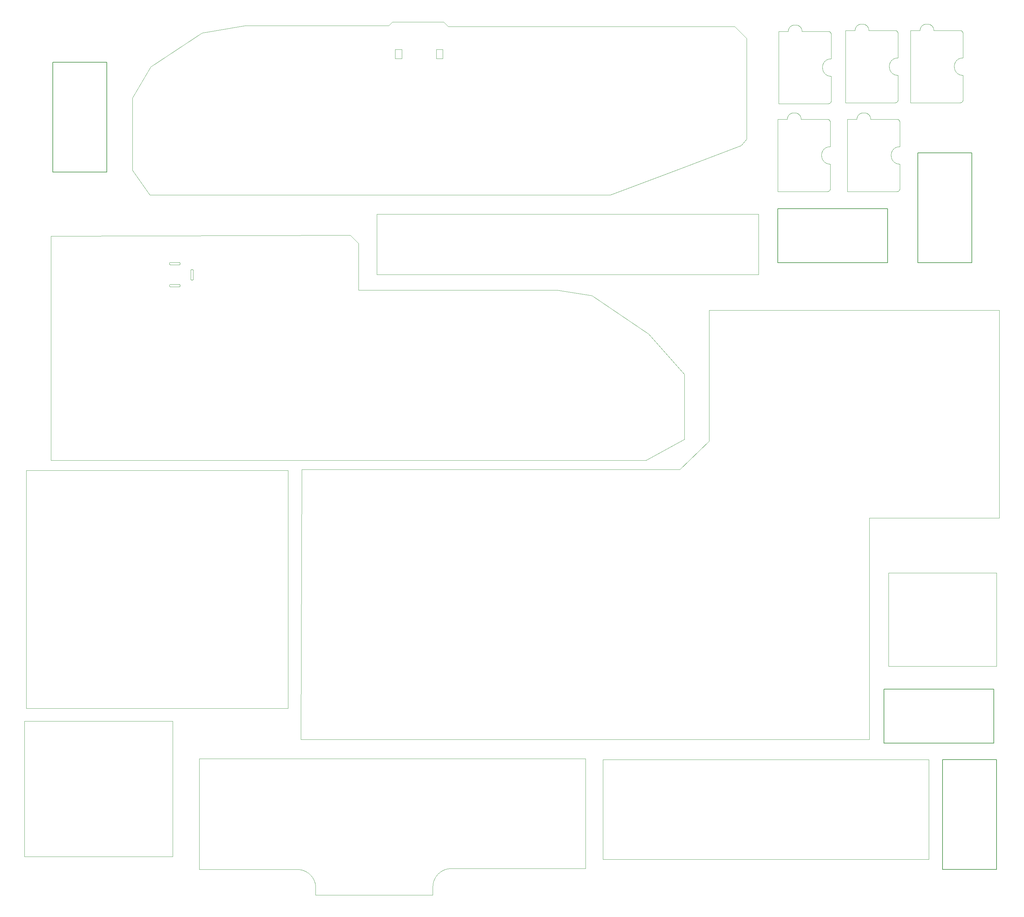
<source format=gbr>
G04 EAGLE Gerber RS-274X export*
G75*
%MOMM*%
%FSLAX34Y34*%
%LPD*%
%IN*%
%IPPOS*%
%AMOC8*
5,1,8,0,0,1.08239X$1,22.5*%
G01*
%ADD10C,0.076200*%
%ADD11C,0.127000*%
%ADD12C,0.050000*%
%ADD13C,0.000100*%


D10*
X93980Y1816100D02*
X93980Y1193800D01*
X1744980Y1193800D01*
X1851660Y1252220D01*
X1851660Y1432560D01*
X1752600Y1544320D01*
X1595120Y1651000D01*
X1498600Y1666240D01*
X947420Y1666240D01*
X947420Y1795780D01*
X924560Y1818640D01*
X93980Y1816100D01*
X789940Y1168400D02*
X787400Y419100D01*
X2364740Y419100D01*
X2364740Y1033780D01*
X2725420Y1033780D01*
X2725420Y1610360D01*
X1920240Y1610360D01*
X1920240Y1247140D01*
X1838960Y1168400D01*
X789940Y1168400D01*
X2057400Y1709420D02*
X2057400Y1877060D01*
X998220Y1877060D01*
X998220Y1709420D01*
X2057400Y1709420D01*
X505460Y365760D02*
X505460Y58420D01*
X505460Y365760D02*
X1577340Y365760D01*
X1577340Y60960D01*
X1203960Y60960D01*
X1202732Y60945D01*
X1201506Y60901D01*
X1200280Y60827D01*
X1199057Y60723D01*
X1197837Y60590D01*
X1196620Y60427D01*
X1195407Y60235D01*
X1194200Y60014D01*
X1192998Y59763D01*
X1191803Y59484D01*
X1190614Y59176D01*
X1189434Y58839D01*
X1188262Y58474D01*
X1187099Y58080D01*
X1185946Y57659D01*
X1184804Y57210D01*
X1183672Y56733D01*
X1182553Y56229D01*
X1181446Y55698D01*
X1180352Y55141D01*
X1179272Y54558D01*
X1178206Y53948D01*
X1177156Y53313D01*
X1176121Y52653D01*
X1175102Y51968D01*
X1174101Y51258D01*
X1173116Y50525D01*
X1172150Y49767D01*
X1171202Y48987D01*
X1170273Y48184D01*
X1169364Y47359D01*
X1168476Y46512D01*
X1167608Y45644D01*
X1166761Y44756D01*
X1165936Y43847D01*
X1165133Y42918D01*
X1164353Y41970D01*
X1163595Y41004D01*
X1162862Y40019D01*
X1162152Y39018D01*
X1161467Y37999D01*
X1160807Y36964D01*
X1160172Y35914D01*
X1159562Y34848D01*
X1158979Y33768D01*
X1158422Y32674D01*
X1157891Y31567D01*
X1157387Y30448D01*
X1156910Y29316D01*
X1156461Y28174D01*
X1156040Y27021D01*
X1155646Y25858D01*
X1155281Y24686D01*
X1154944Y23506D01*
X1154636Y22317D01*
X1154357Y21122D01*
X1154106Y19920D01*
X1153885Y18713D01*
X1153693Y17500D01*
X1153530Y16283D01*
X1153397Y15063D01*
X1153293Y13840D01*
X1153219Y12614D01*
X1153175Y11388D01*
X1153160Y10160D01*
X1153160Y-12700D01*
X828040Y-12700D01*
X828040Y7620D01*
X828025Y8848D01*
X827981Y10074D01*
X827907Y11300D01*
X827803Y12523D01*
X827670Y13743D01*
X827507Y14960D01*
X827315Y16173D01*
X827094Y17380D01*
X826843Y18582D01*
X826564Y19777D01*
X826256Y20966D01*
X825919Y22146D01*
X825554Y23318D01*
X825160Y24481D01*
X824739Y25634D01*
X824290Y26776D01*
X823813Y27908D01*
X823309Y29027D01*
X822778Y30134D01*
X822221Y31228D01*
X821638Y32308D01*
X821028Y33374D01*
X820393Y34424D01*
X819733Y35459D01*
X819048Y36478D01*
X818338Y37479D01*
X817605Y38464D01*
X816847Y39430D01*
X816067Y40378D01*
X815264Y41307D01*
X814439Y42216D01*
X813592Y43104D01*
X812724Y43972D01*
X811836Y44819D01*
X810927Y45644D01*
X809998Y46447D01*
X809050Y47227D01*
X808084Y47985D01*
X807099Y48718D01*
X806098Y49428D01*
X805079Y50113D01*
X804044Y50773D01*
X802994Y51408D01*
X801928Y52018D01*
X800848Y52601D01*
X799754Y53158D01*
X798647Y53689D01*
X797528Y54193D01*
X796396Y54670D01*
X795254Y55119D01*
X794101Y55540D01*
X792938Y55934D01*
X791766Y56299D01*
X790586Y56636D01*
X789397Y56944D01*
X788202Y57223D01*
X787000Y57474D01*
X785793Y57695D01*
X784580Y57887D01*
X783363Y58050D01*
X782143Y58183D01*
X780920Y58287D01*
X779694Y58361D01*
X778468Y58405D01*
X777240Y58420D01*
X505460Y58420D01*
X2529840Y86360D02*
X2529840Y363220D01*
X2529840Y86360D02*
X1625600Y86360D01*
X1625600Y363220D01*
X2529840Y363220D01*
X751840Y1165860D02*
X25400Y1165860D01*
X751840Y1165860D02*
X751840Y505460D01*
X25400Y505460D01*
X25400Y1165860D01*
X2139196Y2384552D02*
X2139205Y2384985D01*
X2139223Y2385417D01*
X2139253Y2385849D01*
X2139292Y2386280D01*
X2139342Y2386709D01*
X2139403Y2387138D01*
X2139473Y2387565D01*
X2139554Y2387990D01*
X2139646Y2388413D01*
X2139747Y2388834D01*
X2139859Y2389252D01*
X2139980Y2389667D01*
X2140112Y2390079D01*
X2140254Y2390488D01*
X2140405Y2390893D01*
X2140566Y2391295D01*
X2140737Y2391693D01*
X2140918Y2392086D01*
X2141107Y2392475D01*
X2141307Y2392859D01*
X2141515Y2393238D01*
X2141732Y2393612D01*
X2141959Y2393981D01*
X2142194Y2394344D01*
X2142438Y2394702D01*
X2142691Y2395053D01*
X2142952Y2395398D01*
X2143221Y2395737D01*
X2143499Y2396069D01*
X2143784Y2396394D01*
X2144077Y2396713D01*
X2144378Y2397024D01*
X2144686Y2397328D01*
X2145001Y2397624D01*
X2145324Y2397912D01*
X2145653Y2398193D01*
X2145989Y2398466D01*
X2146332Y2398730D01*
X2146681Y2398986D01*
X2147035Y2399234D01*
X2147396Y2399473D01*
X2147763Y2399703D01*
X2148135Y2399924D01*
X2148512Y2400136D01*
X2148894Y2400339D01*
X2149281Y2400533D01*
X2149672Y2400718D01*
X2150068Y2400892D01*
X2150468Y2401057D01*
X2150872Y2401213D01*
X2151279Y2401359D01*
X2151690Y2401494D01*
X2152104Y2401620D01*
X2152521Y2401736D01*
X2152941Y2401842D01*
X2153363Y2401937D01*
X2153787Y2402022D01*
X2154213Y2402097D01*
X2154641Y2402162D01*
X2155071Y2402216D01*
X2155501Y2402260D01*
X2155933Y2402294D01*
X2156365Y2402317D01*
X2156797Y2402329D01*
X2157230Y2402332D01*
X2159516Y2402332D01*
X2159949Y2402329D01*
X2160381Y2402317D01*
X2160813Y2402294D01*
X2161245Y2402260D01*
X2161675Y2402216D01*
X2162105Y2402162D01*
X2162533Y2402097D01*
X2162959Y2402022D01*
X2163383Y2401937D01*
X2163805Y2401842D01*
X2164225Y2401736D01*
X2164642Y2401620D01*
X2165056Y2401494D01*
X2165467Y2401359D01*
X2165874Y2401213D01*
X2166278Y2401057D01*
X2166678Y2400892D01*
X2167074Y2400718D01*
X2167465Y2400533D01*
X2167852Y2400339D01*
X2168234Y2400136D01*
X2168611Y2399924D01*
X2168983Y2399703D01*
X2169350Y2399473D01*
X2169711Y2399234D01*
X2170065Y2398986D01*
X2170414Y2398730D01*
X2170757Y2398466D01*
X2171093Y2398193D01*
X2171422Y2397912D01*
X2171745Y2397624D01*
X2172060Y2397328D01*
X2172368Y2397024D01*
X2172669Y2396713D01*
X2172962Y2396394D01*
X2173247Y2396069D01*
X2173525Y2395737D01*
X2173794Y2395398D01*
X2174055Y2395053D01*
X2174308Y2394702D01*
X2174552Y2394344D01*
X2174787Y2393981D01*
X2175014Y2393612D01*
X2175231Y2393238D01*
X2175439Y2392859D01*
X2175639Y2392475D01*
X2175828Y2392086D01*
X2176009Y2391693D01*
X2176180Y2391295D01*
X2176341Y2390893D01*
X2176492Y2390488D01*
X2176634Y2390079D01*
X2176766Y2389667D01*
X2176887Y2389252D01*
X2176999Y2388834D01*
X2177100Y2388413D01*
X2177192Y2387990D01*
X2177273Y2387565D01*
X2177343Y2387138D01*
X2177404Y2386709D01*
X2177454Y2386280D01*
X2177493Y2385849D01*
X2177523Y2385417D01*
X2177541Y2384985D01*
X2177550Y2384552D01*
X2249686Y2384552D01*
X2249898Y2384553D01*
X2250110Y2384548D01*
X2250321Y2384538D01*
X2250532Y2384523D01*
X2250743Y2384503D01*
X2250954Y2384478D01*
X2251163Y2384448D01*
X2251372Y2384413D01*
X2251580Y2384373D01*
X2251787Y2384328D01*
X2251993Y2384278D01*
X2252197Y2384223D01*
X2252400Y2384162D01*
X2252602Y2384097D01*
X2252802Y2384028D01*
X2253000Y2383953D01*
X2253196Y2383874D01*
X2253391Y2383790D01*
X2253583Y2383701D01*
X2253773Y2383607D01*
X2253961Y2383509D01*
X2254146Y2383407D01*
X2254329Y2383300D01*
X2254509Y2383189D01*
X2254686Y2383073D01*
X2254861Y2382953D01*
X2255033Y2382829D01*
X2255201Y2382701D01*
X2255367Y2382569D01*
X2255529Y2382432D01*
X2255688Y2382292D01*
X2255843Y2382149D01*
X2255995Y2382001D01*
X2256143Y2381850D01*
X2256288Y2381695D01*
X2256429Y2381537D01*
X2256566Y2381375D01*
X2256699Y2381211D01*
X2256828Y2381043D01*
X2256953Y2380872D01*
X2257073Y2380698D01*
X2257190Y2380521D01*
X2257302Y2380341D01*
X2257410Y2380159D01*
X2257513Y2379974D01*
X2257612Y2379787D01*
X2257706Y2379597D01*
X2257796Y2379405D01*
X2257881Y2379211D01*
X2257962Y2379015D01*
X2258037Y2378817D01*
X2258108Y2378618D01*
X2258174Y2378416D01*
X2258235Y2378214D01*
X2258291Y2378009D01*
X2258342Y2377804D01*
X2258388Y2377597D01*
X2258430Y2377390D01*
X2258466Y2377181D01*
X2258497Y2376971D01*
X2258523Y2376761D01*
X2258544Y2376550D01*
X2258560Y2376339D01*
X2258570Y2376128D01*
X2258576Y2375916D01*
X2258576Y2309622D01*
X2258574Y2309553D01*
X2258569Y2309485D01*
X2258559Y2309417D01*
X2258546Y2309349D01*
X2258530Y2309282D01*
X2258510Y2309216D01*
X2258486Y2309152D01*
X2258459Y2309089D01*
X2258428Y2309027D01*
X2258394Y2308967D01*
X2258357Y2308909D01*
X2258317Y2308853D01*
X2258274Y2308800D01*
X2258228Y2308749D01*
X2258179Y2308700D01*
X2258128Y2308654D01*
X2258075Y2308611D01*
X2258019Y2308571D01*
X2257961Y2308534D01*
X2257901Y2308500D01*
X2257839Y2308469D01*
X2257776Y2308442D01*
X2257712Y2308418D01*
X2257646Y2308398D01*
X2257579Y2308382D01*
X2257511Y2308369D01*
X2257443Y2308359D01*
X2257375Y2308354D01*
X2257306Y2308352D01*
X2256743Y2308345D01*
X2256181Y2308324D01*
X2255620Y2308290D01*
X2255059Y2308242D01*
X2254500Y2308180D01*
X2253943Y2308104D01*
X2253387Y2308015D01*
X2252834Y2307912D01*
X2252283Y2307796D01*
X2251736Y2307666D01*
X2251192Y2307523D01*
X2250652Y2307367D01*
X2250115Y2307197D01*
X2249583Y2307014D01*
X2249056Y2306819D01*
X2248533Y2306610D01*
X2248016Y2306389D01*
X2247504Y2306155D01*
X2246998Y2305909D01*
X2246499Y2305650D01*
X2246006Y2305379D01*
X2245519Y2305096D01*
X2245040Y2304802D01*
X2244568Y2304495D01*
X2244104Y2304178D01*
X2243648Y2303849D01*
X2243199Y2303508D01*
X2242760Y2303157D01*
X2242329Y2302796D01*
X2241907Y2302424D01*
X2241494Y2302041D01*
X2241091Y2301649D01*
X2240698Y2301247D01*
X2240314Y2300835D01*
X2239941Y2300414D01*
X2239578Y2299984D01*
X2239226Y2299546D01*
X2238884Y2299099D01*
X2238554Y2298643D01*
X2238235Y2298180D01*
X2237927Y2297709D01*
X2237631Y2297230D01*
X2237347Y2296745D01*
X2237075Y2296253D01*
X2236815Y2295754D01*
X2236567Y2295249D01*
X2236331Y2294738D01*
X2236109Y2294221D01*
X2235899Y2293699D01*
X2235702Y2293172D01*
X2235517Y2292641D01*
X2235346Y2292105D01*
X2235188Y2291565D01*
X2235044Y2291021D01*
X2234912Y2290474D01*
X2234794Y2289924D01*
X2234690Y2289371D01*
X2234599Y2288816D01*
X2234522Y2288259D01*
X2234459Y2287700D01*
X2234409Y2287139D01*
X2234373Y2286578D01*
X2234351Y2286016D01*
X2234342Y2285453D01*
X2234347Y2284890D01*
X2234366Y2284328D01*
X2234399Y2283767D01*
X2234446Y2283206D01*
X2234453Y2282647D01*
X2234473Y2282089D01*
X2234507Y2281532D01*
X2234554Y2280975D01*
X2234615Y2280420D01*
X2234689Y2279866D01*
X2234776Y2279315D01*
X2234877Y2278765D01*
X2234991Y2278218D01*
X2235118Y2277674D01*
X2235258Y2277134D01*
X2235411Y2276597D01*
X2235577Y2276063D01*
X2235756Y2275534D01*
X2235948Y2275010D01*
X2236152Y2274490D01*
X2236369Y2273975D01*
X2236599Y2273466D01*
X2236840Y2272962D01*
X2237094Y2272464D01*
X2237359Y2271973D01*
X2237636Y2271488D01*
X2237925Y2271010D01*
X2238226Y2270539D01*
X2238538Y2270076D01*
X2238860Y2269620D01*
X2239194Y2269172D01*
X2239539Y2268732D01*
X2239894Y2268301D01*
X2240259Y2267879D01*
X2240634Y2267465D01*
X2241020Y2267061D01*
X2241415Y2266666D01*
X2241819Y2266280D01*
X2242233Y2265905D01*
X2242655Y2265540D01*
X2243086Y2265185D01*
X2243526Y2264840D01*
X2243974Y2264506D01*
X2244430Y2264184D01*
X2244893Y2263872D01*
X2245364Y2263571D01*
X2245842Y2263282D01*
X2246327Y2263005D01*
X2246818Y2262740D01*
X2247316Y2262486D01*
X2247820Y2262245D01*
X2248329Y2262015D01*
X2248844Y2261798D01*
X2249364Y2261594D01*
X2249888Y2261402D01*
X2250417Y2261223D01*
X2250951Y2261057D01*
X2251488Y2260904D01*
X2252028Y2260764D01*
X2252572Y2260637D01*
X2253119Y2260523D01*
X2253669Y2260422D01*
X2254220Y2260335D01*
X2254774Y2260261D01*
X2255329Y2260200D01*
X2255886Y2260153D01*
X2256443Y2260119D01*
X2257001Y2260099D01*
X2257560Y2260092D01*
X2257621Y2260090D01*
X2257682Y2260085D01*
X2257743Y2260075D01*
X2257803Y2260062D01*
X2257862Y2260046D01*
X2257920Y2260026D01*
X2257977Y2260002D01*
X2258032Y2259976D01*
X2258086Y2259945D01*
X2258137Y2259912D01*
X2258187Y2259876D01*
X2258234Y2259836D01*
X2258278Y2259794D01*
X2258320Y2259750D01*
X2258360Y2259703D01*
X2258396Y2259653D01*
X2258429Y2259602D01*
X2258460Y2259548D01*
X2258486Y2259493D01*
X2258510Y2259436D01*
X2258530Y2259378D01*
X2258546Y2259319D01*
X2258559Y2259259D01*
X2258569Y2259198D01*
X2258574Y2259137D01*
X2258576Y2259076D01*
X2258576Y2191830D01*
X2258577Y2191830D02*
X2258575Y2191638D01*
X2258568Y2191446D01*
X2258556Y2191255D01*
X2258540Y2191064D01*
X2258519Y2190873D01*
X2258494Y2190683D01*
X2258464Y2190494D01*
X2258429Y2190305D01*
X2258390Y2190117D01*
X2258346Y2189930D01*
X2258298Y2189745D01*
X2258246Y2189560D01*
X2258188Y2189377D01*
X2258127Y2189195D01*
X2258061Y2189015D01*
X2257991Y2188837D01*
X2257916Y2188660D01*
X2257838Y2188485D01*
X2257755Y2188312D01*
X2257668Y2188141D01*
X2257577Y2187972D01*
X2257481Y2187806D01*
X2257382Y2187642D01*
X2257279Y2187480D01*
X2257172Y2187321D01*
X2257061Y2187164D01*
X2256946Y2187010D01*
X2256828Y2186859D01*
X2256706Y2186711D01*
X2256581Y2186566D01*
X2256452Y2186424D01*
X2256319Y2186285D01*
X2256184Y2186150D01*
X2256045Y2186017D01*
X2255903Y2185888D01*
X2255758Y2185763D01*
X2255610Y2185641D01*
X2255459Y2185523D01*
X2255305Y2185408D01*
X2255148Y2185297D01*
X2254989Y2185190D01*
X2254827Y2185087D01*
X2254663Y2184988D01*
X2254497Y2184892D01*
X2254328Y2184801D01*
X2254157Y2184714D01*
X2253984Y2184631D01*
X2253809Y2184553D01*
X2253632Y2184478D01*
X2253454Y2184408D01*
X2253274Y2184342D01*
X2253092Y2184281D01*
X2252909Y2184223D01*
X2252724Y2184171D01*
X2252539Y2184123D01*
X2252352Y2184079D01*
X2252164Y2184040D01*
X2251975Y2184005D01*
X2251786Y2183975D01*
X2251596Y2183950D01*
X2251405Y2183929D01*
X2251214Y2183913D01*
X2251023Y2183901D01*
X2250831Y2183894D01*
X2250639Y2183892D01*
X2112780Y2183892D01*
X2113034Y2384298D01*
X2139196Y2384552D01*
X431800Y469900D02*
X20320Y469900D01*
X431800Y469900D02*
X431800Y93980D01*
X20320Y93980D01*
X20320Y469900D01*
X2024380Y2085340D02*
X2024380Y2364740D01*
X1991360Y2397760D01*
X1196340Y2397760D01*
X1183640Y2410460D01*
X1041400Y2410460D01*
X1031240Y2400300D01*
X632460Y2400300D01*
X513080Y2379980D01*
X370840Y2286000D01*
X320040Y2199640D01*
X320040Y1998980D01*
X368300Y1930400D01*
X1645920Y1930400D01*
X1828800Y1998980D01*
X2009140Y2067560D01*
X2024380Y2085340D01*
X2324616Y2387092D02*
X2324625Y2387525D01*
X2324643Y2387957D01*
X2324673Y2388389D01*
X2324712Y2388820D01*
X2324762Y2389249D01*
X2324823Y2389678D01*
X2324893Y2390105D01*
X2324974Y2390530D01*
X2325066Y2390953D01*
X2325167Y2391374D01*
X2325279Y2391792D01*
X2325400Y2392207D01*
X2325532Y2392619D01*
X2325674Y2393028D01*
X2325825Y2393433D01*
X2325986Y2393835D01*
X2326157Y2394233D01*
X2326338Y2394626D01*
X2326527Y2395015D01*
X2326727Y2395399D01*
X2326935Y2395778D01*
X2327152Y2396152D01*
X2327379Y2396521D01*
X2327614Y2396884D01*
X2327858Y2397242D01*
X2328111Y2397593D01*
X2328372Y2397938D01*
X2328641Y2398277D01*
X2328919Y2398609D01*
X2329204Y2398934D01*
X2329497Y2399253D01*
X2329798Y2399564D01*
X2330106Y2399868D01*
X2330421Y2400164D01*
X2330744Y2400452D01*
X2331073Y2400733D01*
X2331409Y2401006D01*
X2331752Y2401270D01*
X2332101Y2401526D01*
X2332455Y2401774D01*
X2332816Y2402013D01*
X2333183Y2402243D01*
X2333555Y2402464D01*
X2333932Y2402676D01*
X2334314Y2402879D01*
X2334701Y2403073D01*
X2335092Y2403258D01*
X2335488Y2403432D01*
X2335888Y2403597D01*
X2336292Y2403753D01*
X2336699Y2403899D01*
X2337110Y2404034D01*
X2337524Y2404160D01*
X2337941Y2404276D01*
X2338361Y2404382D01*
X2338783Y2404477D01*
X2339207Y2404562D01*
X2339633Y2404637D01*
X2340061Y2404702D01*
X2340491Y2404756D01*
X2340921Y2404800D01*
X2341353Y2404834D01*
X2341785Y2404857D01*
X2342217Y2404869D01*
X2342650Y2404872D01*
X2344936Y2404872D01*
X2345369Y2404869D01*
X2345801Y2404857D01*
X2346233Y2404834D01*
X2346665Y2404800D01*
X2347095Y2404756D01*
X2347525Y2404702D01*
X2347953Y2404637D01*
X2348379Y2404562D01*
X2348803Y2404477D01*
X2349225Y2404382D01*
X2349645Y2404276D01*
X2350062Y2404160D01*
X2350476Y2404034D01*
X2350887Y2403899D01*
X2351294Y2403753D01*
X2351698Y2403597D01*
X2352098Y2403432D01*
X2352494Y2403258D01*
X2352885Y2403073D01*
X2353272Y2402879D01*
X2353654Y2402676D01*
X2354031Y2402464D01*
X2354403Y2402243D01*
X2354770Y2402013D01*
X2355131Y2401774D01*
X2355485Y2401526D01*
X2355834Y2401270D01*
X2356177Y2401006D01*
X2356513Y2400733D01*
X2356842Y2400452D01*
X2357165Y2400164D01*
X2357480Y2399868D01*
X2357788Y2399564D01*
X2358089Y2399253D01*
X2358382Y2398934D01*
X2358667Y2398609D01*
X2358945Y2398277D01*
X2359214Y2397938D01*
X2359475Y2397593D01*
X2359728Y2397242D01*
X2359972Y2396884D01*
X2360207Y2396521D01*
X2360434Y2396152D01*
X2360651Y2395778D01*
X2360859Y2395399D01*
X2361059Y2395015D01*
X2361248Y2394626D01*
X2361429Y2394233D01*
X2361600Y2393835D01*
X2361761Y2393433D01*
X2361912Y2393028D01*
X2362054Y2392619D01*
X2362186Y2392207D01*
X2362307Y2391792D01*
X2362419Y2391374D01*
X2362520Y2390953D01*
X2362612Y2390530D01*
X2362693Y2390105D01*
X2362763Y2389678D01*
X2362824Y2389249D01*
X2362874Y2388820D01*
X2362913Y2388389D01*
X2362943Y2387957D01*
X2362961Y2387525D01*
X2362970Y2387092D01*
X2435106Y2387092D01*
X2435318Y2387093D01*
X2435530Y2387088D01*
X2435741Y2387078D01*
X2435952Y2387063D01*
X2436163Y2387043D01*
X2436374Y2387018D01*
X2436583Y2386988D01*
X2436792Y2386953D01*
X2437000Y2386913D01*
X2437207Y2386868D01*
X2437413Y2386818D01*
X2437617Y2386763D01*
X2437820Y2386702D01*
X2438022Y2386637D01*
X2438222Y2386568D01*
X2438420Y2386493D01*
X2438616Y2386414D01*
X2438811Y2386330D01*
X2439003Y2386241D01*
X2439193Y2386147D01*
X2439381Y2386049D01*
X2439566Y2385947D01*
X2439749Y2385840D01*
X2439929Y2385729D01*
X2440106Y2385613D01*
X2440281Y2385493D01*
X2440453Y2385369D01*
X2440621Y2385241D01*
X2440787Y2385109D01*
X2440949Y2384972D01*
X2441108Y2384832D01*
X2441263Y2384689D01*
X2441415Y2384541D01*
X2441563Y2384390D01*
X2441708Y2384235D01*
X2441849Y2384077D01*
X2441986Y2383915D01*
X2442119Y2383751D01*
X2442248Y2383583D01*
X2442373Y2383412D01*
X2442493Y2383238D01*
X2442610Y2383061D01*
X2442722Y2382881D01*
X2442830Y2382699D01*
X2442933Y2382514D01*
X2443032Y2382327D01*
X2443126Y2382137D01*
X2443216Y2381945D01*
X2443301Y2381751D01*
X2443382Y2381555D01*
X2443457Y2381357D01*
X2443528Y2381158D01*
X2443594Y2380956D01*
X2443655Y2380754D01*
X2443711Y2380549D01*
X2443762Y2380344D01*
X2443808Y2380137D01*
X2443850Y2379930D01*
X2443886Y2379721D01*
X2443917Y2379511D01*
X2443943Y2379301D01*
X2443964Y2379090D01*
X2443980Y2378879D01*
X2443990Y2378668D01*
X2443996Y2378456D01*
X2443996Y2312162D01*
X2443994Y2312093D01*
X2443989Y2312025D01*
X2443979Y2311957D01*
X2443966Y2311889D01*
X2443950Y2311822D01*
X2443930Y2311756D01*
X2443906Y2311692D01*
X2443879Y2311629D01*
X2443848Y2311567D01*
X2443814Y2311507D01*
X2443777Y2311449D01*
X2443737Y2311393D01*
X2443694Y2311340D01*
X2443648Y2311289D01*
X2443599Y2311240D01*
X2443548Y2311194D01*
X2443495Y2311151D01*
X2443439Y2311111D01*
X2443381Y2311074D01*
X2443321Y2311040D01*
X2443259Y2311009D01*
X2443196Y2310982D01*
X2443132Y2310958D01*
X2443066Y2310938D01*
X2442999Y2310922D01*
X2442931Y2310909D01*
X2442863Y2310899D01*
X2442795Y2310894D01*
X2442726Y2310892D01*
X2442163Y2310885D01*
X2441601Y2310864D01*
X2441040Y2310830D01*
X2440479Y2310782D01*
X2439920Y2310720D01*
X2439363Y2310644D01*
X2438807Y2310555D01*
X2438254Y2310452D01*
X2437703Y2310336D01*
X2437156Y2310206D01*
X2436612Y2310063D01*
X2436072Y2309907D01*
X2435535Y2309737D01*
X2435003Y2309554D01*
X2434476Y2309359D01*
X2433953Y2309150D01*
X2433436Y2308929D01*
X2432924Y2308695D01*
X2432418Y2308449D01*
X2431919Y2308190D01*
X2431426Y2307919D01*
X2430939Y2307636D01*
X2430460Y2307342D01*
X2429988Y2307035D01*
X2429524Y2306718D01*
X2429068Y2306389D01*
X2428619Y2306048D01*
X2428180Y2305697D01*
X2427749Y2305336D01*
X2427327Y2304964D01*
X2426914Y2304581D01*
X2426511Y2304189D01*
X2426118Y2303787D01*
X2425734Y2303375D01*
X2425361Y2302954D01*
X2424998Y2302524D01*
X2424646Y2302086D01*
X2424304Y2301639D01*
X2423974Y2301183D01*
X2423655Y2300720D01*
X2423347Y2300249D01*
X2423051Y2299770D01*
X2422767Y2299285D01*
X2422495Y2298793D01*
X2422235Y2298294D01*
X2421987Y2297789D01*
X2421751Y2297278D01*
X2421529Y2296761D01*
X2421319Y2296239D01*
X2421122Y2295712D01*
X2420937Y2295181D01*
X2420766Y2294645D01*
X2420608Y2294105D01*
X2420464Y2293561D01*
X2420332Y2293014D01*
X2420214Y2292464D01*
X2420110Y2291911D01*
X2420019Y2291356D01*
X2419942Y2290799D01*
X2419879Y2290240D01*
X2419829Y2289679D01*
X2419793Y2289118D01*
X2419771Y2288556D01*
X2419762Y2287993D01*
X2419767Y2287430D01*
X2419786Y2286868D01*
X2419819Y2286307D01*
X2419866Y2285746D01*
X2419873Y2285187D01*
X2419893Y2284629D01*
X2419927Y2284072D01*
X2419974Y2283515D01*
X2420035Y2282960D01*
X2420109Y2282406D01*
X2420196Y2281855D01*
X2420297Y2281305D01*
X2420411Y2280758D01*
X2420538Y2280214D01*
X2420678Y2279674D01*
X2420831Y2279137D01*
X2420997Y2278603D01*
X2421176Y2278074D01*
X2421368Y2277550D01*
X2421572Y2277030D01*
X2421789Y2276515D01*
X2422019Y2276006D01*
X2422260Y2275502D01*
X2422514Y2275004D01*
X2422779Y2274513D01*
X2423056Y2274028D01*
X2423345Y2273550D01*
X2423646Y2273079D01*
X2423958Y2272616D01*
X2424280Y2272160D01*
X2424614Y2271712D01*
X2424959Y2271272D01*
X2425314Y2270841D01*
X2425679Y2270419D01*
X2426054Y2270005D01*
X2426440Y2269601D01*
X2426835Y2269206D01*
X2427239Y2268820D01*
X2427653Y2268445D01*
X2428075Y2268080D01*
X2428506Y2267725D01*
X2428946Y2267380D01*
X2429394Y2267046D01*
X2429850Y2266724D01*
X2430313Y2266412D01*
X2430784Y2266111D01*
X2431262Y2265822D01*
X2431747Y2265545D01*
X2432238Y2265280D01*
X2432736Y2265026D01*
X2433240Y2264785D01*
X2433749Y2264555D01*
X2434264Y2264338D01*
X2434784Y2264134D01*
X2435308Y2263942D01*
X2435837Y2263763D01*
X2436371Y2263597D01*
X2436908Y2263444D01*
X2437448Y2263304D01*
X2437992Y2263177D01*
X2438539Y2263063D01*
X2439089Y2262962D01*
X2439640Y2262875D01*
X2440194Y2262801D01*
X2440749Y2262740D01*
X2441306Y2262693D01*
X2441863Y2262659D01*
X2442421Y2262639D01*
X2442980Y2262632D01*
X2443041Y2262630D01*
X2443102Y2262625D01*
X2443163Y2262615D01*
X2443223Y2262602D01*
X2443282Y2262586D01*
X2443340Y2262566D01*
X2443397Y2262542D01*
X2443452Y2262516D01*
X2443506Y2262485D01*
X2443557Y2262452D01*
X2443607Y2262416D01*
X2443654Y2262376D01*
X2443698Y2262334D01*
X2443740Y2262290D01*
X2443780Y2262243D01*
X2443816Y2262193D01*
X2443849Y2262142D01*
X2443880Y2262088D01*
X2443906Y2262033D01*
X2443930Y2261976D01*
X2443950Y2261918D01*
X2443966Y2261859D01*
X2443979Y2261799D01*
X2443989Y2261738D01*
X2443994Y2261677D01*
X2443996Y2261616D01*
X2443996Y2194370D01*
X2443997Y2194370D02*
X2443995Y2194178D01*
X2443988Y2193986D01*
X2443976Y2193795D01*
X2443960Y2193604D01*
X2443939Y2193413D01*
X2443914Y2193223D01*
X2443884Y2193034D01*
X2443849Y2192845D01*
X2443810Y2192657D01*
X2443766Y2192470D01*
X2443718Y2192285D01*
X2443666Y2192100D01*
X2443608Y2191917D01*
X2443547Y2191735D01*
X2443481Y2191555D01*
X2443411Y2191377D01*
X2443336Y2191200D01*
X2443258Y2191025D01*
X2443175Y2190852D01*
X2443088Y2190681D01*
X2442997Y2190512D01*
X2442901Y2190346D01*
X2442802Y2190182D01*
X2442699Y2190020D01*
X2442592Y2189861D01*
X2442481Y2189704D01*
X2442366Y2189550D01*
X2442248Y2189399D01*
X2442126Y2189251D01*
X2442001Y2189106D01*
X2441872Y2188964D01*
X2441739Y2188825D01*
X2441604Y2188690D01*
X2441465Y2188557D01*
X2441323Y2188428D01*
X2441178Y2188303D01*
X2441030Y2188181D01*
X2440879Y2188063D01*
X2440725Y2187948D01*
X2440568Y2187837D01*
X2440409Y2187730D01*
X2440247Y2187627D01*
X2440083Y2187528D01*
X2439917Y2187432D01*
X2439748Y2187341D01*
X2439577Y2187254D01*
X2439404Y2187171D01*
X2439229Y2187093D01*
X2439052Y2187018D01*
X2438874Y2186948D01*
X2438694Y2186882D01*
X2438512Y2186821D01*
X2438329Y2186763D01*
X2438144Y2186711D01*
X2437959Y2186663D01*
X2437772Y2186619D01*
X2437584Y2186580D01*
X2437395Y2186545D01*
X2437206Y2186515D01*
X2437016Y2186490D01*
X2436825Y2186469D01*
X2436634Y2186453D01*
X2436443Y2186441D01*
X2436251Y2186434D01*
X2436059Y2186432D01*
X2298200Y2186432D01*
X2298454Y2386838D01*
X2324616Y2387092D01*
X2154690Y2158492D02*
X2154257Y2158489D01*
X2153825Y2158477D01*
X2153393Y2158454D01*
X2152961Y2158420D01*
X2152531Y2158376D01*
X2152101Y2158322D01*
X2151673Y2158257D01*
X2151247Y2158182D01*
X2150823Y2158097D01*
X2150401Y2158002D01*
X2149981Y2157896D01*
X2149564Y2157780D01*
X2149150Y2157654D01*
X2148739Y2157519D01*
X2148332Y2157373D01*
X2147928Y2157217D01*
X2147528Y2157052D01*
X2147132Y2156878D01*
X2146741Y2156693D01*
X2146354Y2156499D01*
X2145972Y2156296D01*
X2145595Y2156084D01*
X2145223Y2155863D01*
X2144856Y2155633D01*
X2144495Y2155394D01*
X2144141Y2155146D01*
X2143792Y2154890D01*
X2143449Y2154626D01*
X2143113Y2154353D01*
X2142784Y2154072D01*
X2142461Y2153784D01*
X2142146Y2153488D01*
X2141838Y2153184D01*
X2141537Y2152873D01*
X2141244Y2152554D01*
X2140959Y2152229D01*
X2140681Y2151897D01*
X2140412Y2151558D01*
X2140151Y2151213D01*
X2139898Y2150862D01*
X2139654Y2150504D01*
X2139419Y2150141D01*
X2139192Y2149772D01*
X2138975Y2149398D01*
X2138767Y2149019D01*
X2138567Y2148635D01*
X2138378Y2148246D01*
X2138197Y2147853D01*
X2138026Y2147455D01*
X2137865Y2147053D01*
X2137714Y2146648D01*
X2137572Y2146239D01*
X2137440Y2145827D01*
X2137319Y2145412D01*
X2137207Y2144994D01*
X2137106Y2144573D01*
X2137014Y2144150D01*
X2136933Y2143725D01*
X2136863Y2143298D01*
X2136802Y2142869D01*
X2136752Y2142440D01*
X2136713Y2142009D01*
X2136683Y2141577D01*
X2136665Y2141145D01*
X2136656Y2140712D01*
X2154690Y2158492D02*
X2156976Y2158492D01*
X2157409Y2158489D01*
X2157841Y2158477D01*
X2158273Y2158454D01*
X2158705Y2158420D01*
X2159135Y2158376D01*
X2159565Y2158322D01*
X2159993Y2158257D01*
X2160419Y2158182D01*
X2160843Y2158097D01*
X2161265Y2158002D01*
X2161685Y2157896D01*
X2162102Y2157780D01*
X2162516Y2157654D01*
X2162927Y2157519D01*
X2163334Y2157373D01*
X2163738Y2157217D01*
X2164138Y2157052D01*
X2164534Y2156878D01*
X2164925Y2156693D01*
X2165312Y2156499D01*
X2165694Y2156296D01*
X2166071Y2156084D01*
X2166443Y2155863D01*
X2166810Y2155633D01*
X2167171Y2155394D01*
X2167525Y2155146D01*
X2167874Y2154890D01*
X2168217Y2154626D01*
X2168553Y2154353D01*
X2168882Y2154072D01*
X2169205Y2153784D01*
X2169520Y2153488D01*
X2169828Y2153184D01*
X2170129Y2152873D01*
X2170422Y2152554D01*
X2170707Y2152229D01*
X2170985Y2151897D01*
X2171254Y2151558D01*
X2171515Y2151213D01*
X2171768Y2150862D01*
X2172012Y2150504D01*
X2172247Y2150141D01*
X2172474Y2149772D01*
X2172691Y2149398D01*
X2172899Y2149019D01*
X2173099Y2148635D01*
X2173288Y2148246D01*
X2173469Y2147853D01*
X2173640Y2147455D01*
X2173801Y2147053D01*
X2173952Y2146648D01*
X2174094Y2146239D01*
X2174226Y2145827D01*
X2174347Y2145412D01*
X2174459Y2144994D01*
X2174560Y2144573D01*
X2174652Y2144150D01*
X2174733Y2143725D01*
X2174803Y2143298D01*
X2174864Y2142869D01*
X2174914Y2142440D01*
X2174953Y2142009D01*
X2174983Y2141577D01*
X2175001Y2141145D01*
X2175010Y2140712D01*
X2247146Y2140712D01*
X2247358Y2140713D01*
X2247570Y2140708D01*
X2247781Y2140698D01*
X2247992Y2140683D01*
X2248203Y2140663D01*
X2248414Y2140638D01*
X2248623Y2140608D01*
X2248832Y2140573D01*
X2249040Y2140533D01*
X2249247Y2140488D01*
X2249453Y2140438D01*
X2249657Y2140383D01*
X2249860Y2140322D01*
X2250062Y2140257D01*
X2250262Y2140188D01*
X2250460Y2140113D01*
X2250656Y2140034D01*
X2250851Y2139950D01*
X2251043Y2139861D01*
X2251233Y2139767D01*
X2251421Y2139669D01*
X2251606Y2139567D01*
X2251789Y2139460D01*
X2251969Y2139349D01*
X2252146Y2139233D01*
X2252321Y2139113D01*
X2252493Y2138989D01*
X2252661Y2138861D01*
X2252827Y2138729D01*
X2252989Y2138592D01*
X2253148Y2138452D01*
X2253303Y2138309D01*
X2253455Y2138161D01*
X2253603Y2138010D01*
X2253748Y2137855D01*
X2253889Y2137697D01*
X2254026Y2137535D01*
X2254159Y2137371D01*
X2254288Y2137203D01*
X2254413Y2137032D01*
X2254533Y2136858D01*
X2254650Y2136681D01*
X2254762Y2136501D01*
X2254870Y2136319D01*
X2254973Y2136134D01*
X2255072Y2135947D01*
X2255166Y2135757D01*
X2255256Y2135565D01*
X2255341Y2135371D01*
X2255422Y2135175D01*
X2255497Y2134977D01*
X2255568Y2134778D01*
X2255634Y2134576D01*
X2255695Y2134374D01*
X2255751Y2134169D01*
X2255802Y2133964D01*
X2255848Y2133757D01*
X2255890Y2133550D01*
X2255926Y2133341D01*
X2255957Y2133131D01*
X2255983Y2132921D01*
X2256004Y2132710D01*
X2256020Y2132499D01*
X2256030Y2132288D01*
X2256036Y2132076D01*
X2256036Y2065782D01*
X2256034Y2065713D01*
X2256029Y2065645D01*
X2256019Y2065577D01*
X2256006Y2065509D01*
X2255990Y2065442D01*
X2255970Y2065376D01*
X2255946Y2065312D01*
X2255919Y2065249D01*
X2255888Y2065187D01*
X2255854Y2065127D01*
X2255817Y2065069D01*
X2255777Y2065013D01*
X2255734Y2064960D01*
X2255688Y2064909D01*
X2255639Y2064860D01*
X2255588Y2064814D01*
X2255535Y2064771D01*
X2255479Y2064731D01*
X2255421Y2064694D01*
X2255361Y2064660D01*
X2255299Y2064629D01*
X2255236Y2064602D01*
X2255172Y2064578D01*
X2255106Y2064558D01*
X2255039Y2064542D01*
X2254971Y2064529D01*
X2254903Y2064519D01*
X2254835Y2064514D01*
X2254766Y2064512D01*
X2254203Y2064505D01*
X2253641Y2064484D01*
X2253080Y2064450D01*
X2252519Y2064402D01*
X2251960Y2064340D01*
X2251403Y2064264D01*
X2250847Y2064175D01*
X2250294Y2064072D01*
X2249743Y2063956D01*
X2249196Y2063826D01*
X2248652Y2063683D01*
X2248112Y2063527D01*
X2247575Y2063357D01*
X2247043Y2063174D01*
X2246516Y2062979D01*
X2245993Y2062770D01*
X2245476Y2062549D01*
X2244964Y2062315D01*
X2244458Y2062069D01*
X2243959Y2061810D01*
X2243466Y2061539D01*
X2242979Y2061256D01*
X2242500Y2060962D01*
X2242028Y2060655D01*
X2241564Y2060338D01*
X2241108Y2060009D01*
X2240659Y2059668D01*
X2240220Y2059317D01*
X2239789Y2058956D01*
X2239367Y2058584D01*
X2238954Y2058201D01*
X2238551Y2057809D01*
X2238158Y2057407D01*
X2237774Y2056995D01*
X2237401Y2056574D01*
X2237038Y2056144D01*
X2236686Y2055706D01*
X2236344Y2055259D01*
X2236014Y2054803D01*
X2235695Y2054340D01*
X2235387Y2053869D01*
X2235091Y2053390D01*
X2234807Y2052905D01*
X2234535Y2052413D01*
X2234275Y2051914D01*
X2234027Y2051409D01*
X2233791Y2050898D01*
X2233569Y2050381D01*
X2233359Y2049859D01*
X2233162Y2049332D01*
X2232977Y2048801D01*
X2232806Y2048265D01*
X2232648Y2047725D01*
X2232504Y2047181D01*
X2232372Y2046634D01*
X2232254Y2046084D01*
X2232150Y2045531D01*
X2232059Y2044976D01*
X2231982Y2044419D01*
X2231919Y2043860D01*
X2231869Y2043299D01*
X2231833Y2042738D01*
X2231811Y2042176D01*
X2231802Y2041613D01*
X2231807Y2041050D01*
X2231826Y2040488D01*
X2231859Y2039927D01*
X2231906Y2039366D01*
X2231913Y2038807D01*
X2231933Y2038249D01*
X2231967Y2037692D01*
X2232014Y2037135D01*
X2232075Y2036580D01*
X2232149Y2036026D01*
X2232236Y2035475D01*
X2232337Y2034925D01*
X2232451Y2034378D01*
X2232578Y2033834D01*
X2232718Y2033294D01*
X2232871Y2032757D01*
X2233037Y2032223D01*
X2233216Y2031694D01*
X2233408Y2031170D01*
X2233612Y2030650D01*
X2233829Y2030135D01*
X2234059Y2029626D01*
X2234300Y2029122D01*
X2234554Y2028624D01*
X2234819Y2028133D01*
X2235096Y2027648D01*
X2235385Y2027170D01*
X2235686Y2026699D01*
X2235998Y2026236D01*
X2236320Y2025780D01*
X2236654Y2025332D01*
X2236999Y2024892D01*
X2237354Y2024461D01*
X2237719Y2024039D01*
X2238094Y2023625D01*
X2238480Y2023221D01*
X2238875Y2022826D01*
X2239279Y2022440D01*
X2239693Y2022065D01*
X2240115Y2021700D01*
X2240546Y2021345D01*
X2240986Y2021000D01*
X2241434Y2020666D01*
X2241890Y2020344D01*
X2242353Y2020032D01*
X2242824Y2019731D01*
X2243302Y2019442D01*
X2243787Y2019165D01*
X2244278Y2018900D01*
X2244776Y2018646D01*
X2245280Y2018405D01*
X2245789Y2018175D01*
X2246304Y2017958D01*
X2246824Y2017754D01*
X2247348Y2017562D01*
X2247877Y2017383D01*
X2248411Y2017217D01*
X2248948Y2017064D01*
X2249488Y2016924D01*
X2250032Y2016797D01*
X2250579Y2016683D01*
X2251129Y2016582D01*
X2251680Y2016495D01*
X2252234Y2016421D01*
X2252789Y2016360D01*
X2253346Y2016313D01*
X2253903Y2016279D01*
X2254461Y2016259D01*
X2255020Y2016252D01*
X2255081Y2016250D01*
X2255142Y2016245D01*
X2255203Y2016235D01*
X2255263Y2016222D01*
X2255322Y2016206D01*
X2255380Y2016186D01*
X2255437Y2016162D01*
X2255492Y2016136D01*
X2255546Y2016105D01*
X2255597Y2016072D01*
X2255647Y2016036D01*
X2255694Y2015996D01*
X2255738Y2015954D01*
X2255780Y2015910D01*
X2255820Y2015863D01*
X2255856Y2015813D01*
X2255889Y2015762D01*
X2255920Y2015708D01*
X2255946Y2015653D01*
X2255970Y2015596D01*
X2255990Y2015538D01*
X2256006Y2015479D01*
X2256019Y2015419D01*
X2256029Y2015358D01*
X2256034Y2015297D01*
X2256036Y2015236D01*
X2256036Y1947990D01*
X2256037Y1947990D02*
X2256035Y1947798D01*
X2256028Y1947606D01*
X2256016Y1947415D01*
X2256000Y1947224D01*
X2255979Y1947033D01*
X2255954Y1946843D01*
X2255924Y1946654D01*
X2255889Y1946465D01*
X2255850Y1946277D01*
X2255806Y1946090D01*
X2255758Y1945905D01*
X2255706Y1945720D01*
X2255648Y1945537D01*
X2255587Y1945355D01*
X2255521Y1945175D01*
X2255451Y1944997D01*
X2255376Y1944820D01*
X2255298Y1944645D01*
X2255215Y1944472D01*
X2255128Y1944301D01*
X2255037Y1944132D01*
X2254941Y1943966D01*
X2254842Y1943802D01*
X2254739Y1943640D01*
X2254632Y1943481D01*
X2254521Y1943324D01*
X2254406Y1943170D01*
X2254288Y1943019D01*
X2254166Y1942871D01*
X2254041Y1942726D01*
X2253912Y1942584D01*
X2253779Y1942445D01*
X2253644Y1942310D01*
X2253505Y1942177D01*
X2253363Y1942048D01*
X2253218Y1941923D01*
X2253070Y1941801D01*
X2252919Y1941683D01*
X2252765Y1941568D01*
X2252608Y1941457D01*
X2252449Y1941350D01*
X2252287Y1941247D01*
X2252123Y1941148D01*
X2251957Y1941052D01*
X2251788Y1940961D01*
X2251617Y1940874D01*
X2251444Y1940791D01*
X2251269Y1940713D01*
X2251092Y1940638D01*
X2250914Y1940568D01*
X2250734Y1940502D01*
X2250552Y1940441D01*
X2250369Y1940383D01*
X2250184Y1940331D01*
X2249999Y1940283D01*
X2249812Y1940239D01*
X2249624Y1940200D01*
X2249435Y1940165D01*
X2249246Y1940135D01*
X2249056Y1940110D01*
X2248865Y1940089D01*
X2248674Y1940073D01*
X2248483Y1940061D01*
X2248291Y1940054D01*
X2248099Y1940052D01*
X2110240Y1940052D01*
X2110494Y2140458D01*
X2136656Y2140712D01*
X2329696Y2140712D02*
X2329705Y2141145D01*
X2329723Y2141577D01*
X2329753Y2142009D01*
X2329792Y2142440D01*
X2329842Y2142869D01*
X2329903Y2143298D01*
X2329973Y2143725D01*
X2330054Y2144150D01*
X2330146Y2144573D01*
X2330247Y2144994D01*
X2330359Y2145412D01*
X2330480Y2145827D01*
X2330612Y2146239D01*
X2330754Y2146648D01*
X2330905Y2147053D01*
X2331066Y2147455D01*
X2331237Y2147853D01*
X2331418Y2148246D01*
X2331607Y2148635D01*
X2331807Y2149019D01*
X2332015Y2149398D01*
X2332232Y2149772D01*
X2332459Y2150141D01*
X2332694Y2150504D01*
X2332938Y2150862D01*
X2333191Y2151213D01*
X2333452Y2151558D01*
X2333721Y2151897D01*
X2333999Y2152229D01*
X2334284Y2152554D01*
X2334577Y2152873D01*
X2334878Y2153184D01*
X2335186Y2153488D01*
X2335501Y2153784D01*
X2335824Y2154072D01*
X2336153Y2154353D01*
X2336489Y2154626D01*
X2336832Y2154890D01*
X2337181Y2155146D01*
X2337535Y2155394D01*
X2337896Y2155633D01*
X2338263Y2155863D01*
X2338635Y2156084D01*
X2339012Y2156296D01*
X2339394Y2156499D01*
X2339781Y2156693D01*
X2340172Y2156878D01*
X2340568Y2157052D01*
X2340968Y2157217D01*
X2341372Y2157373D01*
X2341779Y2157519D01*
X2342190Y2157654D01*
X2342604Y2157780D01*
X2343021Y2157896D01*
X2343441Y2158002D01*
X2343863Y2158097D01*
X2344287Y2158182D01*
X2344713Y2158257D01*
X2345141Y2158322D01*
X2345571Y2158376D01*
X2346001Y2158420D01*
X2346433Y2158454D01*
X2346865Y2158477D01*
X2347297Y2158489D01*
X2347730Y2158492D01*
X2350016Y2158492D01*
X2350449Y2158489D01*
X2350881Y2158477D01*
X2351313Y2158454D01*
X2351745Y2158420D01*
X2352175Y2158376D01*
X2352605Y2158322D01*
X2353033Y2158257D01*
X2353459Y2158182D01*
X2353883Y2158097D01*
X2354305Y2158002D01*
X2354725Y2157896D01*
X2355142Y2157780D01*
X2355556Y2157654D01*
X2355967Y2157519D01*
X2356374Y2157373D01*
X2356778Y2157217D01*
X2357178Y2157052D01*
X2357574Y2156878D01*
X2357965Y2156693D01*
X2358352Y2156499D01*
X2358734Y2156296D01*
X2359111Y2156084D01*
X2359483Y2155863D01*
X2359850Y2155633D01*
X2360211Y2155394D01*
X2360565Y2155146D01*
X2360914Y2154890D01*
X2361257Y2154626D01*
X2361593Y2154353D01*
X2361922Y2154072D01*
X2362245Y2153784D01*
X2362560Y2153488D01*
X2362868Y2153184D01*
X2363169Y2152873D01*
X2363462Y2152554D01*
X2363747Y2152229D01*
X2364025Y2151897D01*
X2364294Y2151558D01*
X2364555Y2151213D01*
X2364808Y2150862D01*
X2365052Y2150504D01*
X2365287Y2150141D01*
X2365514Y2149772D01*
X2365731Y2149398D01*
X2365939Y2149019D01*
X2366139Y2148635D01*
X2366328Y2148246D01*
X2366509Y2147853D01*
X2366680Y2147455D01*
X2366841Y2147053D01*
X2366992Y2146648D01*
X2367134Y2146239D01*
X2367266Y2145827D01*
X2367387Y2145412D01*
X2367499Y2144994D01*
X2367600Y2144573D01*
X2367692Y2144150D01*
X2367773Y2143725D01*
X2367843Y2143298D01*
X2367904Y2142869D01*
X2367954Y2142440D01*
X2367993Y2142009D01*
X2368023Y2141577D01*
X2368041Y2141145D01*
X2368050Y2140712D01*
X2440186Y2140712D01*
X2440398Y2140713D01*
X2440610Y2140708D01*
X2440821Y2140698D01*
X2441032Y2140683D01*
X2441243Y2140663D01*
X2441454Y2140638D01*
X2441663Y2140608D01*
X2441872Y2140573D01*
X2442080Y2140533D01*
X2442287Y2140488D01*
X2442493Y2140438D01*
X2442697Y2140383D01*
X2442900Y2140322D01*
X2443102Y2140257D01*
X2443302Y2140188D01*
X2443500Y2140113D01*
X2443696Y2140034D01*
X2443891Y2139950D01*
X2444083Y2139861D01*
X2444273Y2139767D01*
X2444461Y2139669D01*
X2444646Y2139567D01*
X2444829Y2139460D01*
X2445009Y2139349D01*
X2445186Y2139233D01*
X2445361Y2139113D01*
X2445533Y2138989D01*
X2445701Y2138861D01*
X2445867Y2138729D01*
X2446029Y2138592D01*
X2446188Y2138452D01*
X2446343Y2138309D01*
X2446495Y2138161D01*
X2446643Y2138010D01*
X2446788Y2137855D01*
X2446929Y2137697D01*
X2447066Y2137535D01*
X2447199Y2137371D01*
X2447328Y2137203D01*
X2447453Y2137032D01*
X2447573Y2136858D01*
X2447690Y2136681D01*
X2447802Y2136501D01*
X2447910Y2136319D01*
X2448013Y2136134D01*
X2448112Y2135947D01*
X2448206Y2135757D01*
X2448296Y2135565D01*
X2448381Y2135371D01*
X2448462Y2135175D01*
X2448537Y2134977D01*
X2448608Y2134778D01*
X2448674Y2134576D01*
X2448735Y2134374D01*
X2448791Y2134169D01*
X2448842Y2133964D01*
X2448888Y2133757D01*
X2448930Y2133550D01*
X2448966Y2133341D01*
X2448997Y2133131D01*
X2449023Y2132921D01*
X2449044Y2132710D01*
X2449060Y2132499D01*
X2449070Y2132288D01*
X2449076Y2132076D01*
X2449076Y2065782D01*
X2449074Y2065713D01*
X2449069Y2065645D01*
X2449059Y2065577D01*
X2449046Y2065509D01*
X2449030Y2065442D01*
X2449010Y2065376D01*
X2448986Y2065312D01*
X2448959Y2065249D01*
X2448928Y2065187D01*
X2448894Y2065127D01*
X2448857Y2065069D01*
X2448817Y2065013D01*
X2448774Y2064960D01*
X2448728Y2064909D01*
X2448679Y2064860D01*
X2448628Y2064814D01*
X2448575Y2064771D01*
X2448519Y2064731D01*
X2448461Y2064694D01*
X2448401Y2064660D01*
X2448339Y2064629D01*
X2448276Y2064602D01*
X2448212Y2064578D01*
X2448146Y2064558D01*
X2448079Y2064542D01*
X2448011Y2064529D01*
X2447943Y2064519D01*
X2447875Y2064514D01*
X2447806Y2064512D01*
X2447243Y2064505D01*
X2446681Y2064484D01*
X2446120Y2064450D01*
X2445559Y2064402D01*
X2445000Y2064340D01*
X2444443Y2064264D01*
X2443887Y2064175D01*
X2443334Y2064072D01*
X2442783Y2063956D01*
X2442236Y2063826D01*
X2441692Y2063683D01*
X2441152Y2063527D01*
X2440615Y2063357D01*
X2440083Y2063174D01*
X2439556Y2062979D01*
X2439033Y2062770D01*
X2438516Y2062549D01*
X2438004Y2062315D01*
X2437498Y2062069D01*
X2436999Y2061810D01*
X2436506Y2061539D01*
X2436019Y2061256D01*
X2435540Y2060962D01*
X2435068Y2060655D01*
X2434604Y2060338D01*
X2434148Y2060009D01*
X2433699Y2059668D01*
X2433260Y2059317D01*
X2432829Y2058956D01*
X2432407Y2058584D01*
X2431994Y2058201D01*
X2431591Y2057809D01*
X2431198Y2057407D01*
X2430814Y2056995D01*
X2430441Y2056574D01*
X2430078Y2056144D01*
X2429726Y2055706D01*
X2429384Y2055259D01*
X2429054Y2054803D01*
X2428735Y2054340D01*
X2428427Y2053869D01*
X2428131Y2053390D01*
X2427847Y2052905D01*
X2427575Y2052413D01*
X2427315Y2051914D01*
X2427067Y2051409D01*
X2426831Y2050898D01*
X2426609Y2050381D01*
X2426399Y2049859D01*
X2426202Y2049332D01*
X2426017Y2048801D01*
X2425846Y2048265D01*
X2425688Y2047725D01*
X2425544Y2047181D01*
X2425412Y2046634D01*
X2425294Y2046084D01*
X2425190Y2045531D01*
X2425099Y2044976D01*
X2425022Y2044419D01*
X2424959Y2043860D01*
X2424909Y2043299D01*
X2424873Y2042738D01*
X2424851Y2042176D01*
X2424842Y2041613D01*
X2424847Y2041050D01*
X2424866Y2040488D01*
X2424899Y2039927D01*
X2424946Y2039366D01*
X2424953Y2038807D01*
X2424973Y2038249D01*
X2425007Y2037692D01*
X2425054Y2037135D01*
X2425115Y2036580D01*
X2425189Y2036026D01*
X2425276Y2035475D01*
X2425377Y2034925D01*
X2425491Y2034378D01*
X2425618Y2033834D01*
X2425758Y2033294D01*
X2425911Y2032757D01*
X2426077Y2032223D01*
X2426256Y2031694D01*
X2426448Y2031170D01*
X2426652Y2030650D01*
X2426869Y2030135D01*
X2427099Y2029626D01*
X2427340Y2029122D01*
X2427594Y2028624D01*
X2427859Y2028133D01*
X2428136Y2027648D01*
X2428425Y2027170D01*
X2428726Y2026699D01*
X2429038Y2026236D01*
X2429360Y2025780D01*
X2429694Y2025332D01*
X2430039Y2024892D01*
X2430394Y2024461D01*
X2430759Y2024039D01*
X2431134Y2023625D01*
X2431520Y2023221D01*
X2431915Y2022826D01*
X2432319Y2022440D01*
X2432733Y2022065D01*
X2433155Y2021700D01*
X2433586Y2021345D01*
X2434026Y2021000D01*
X2434474Y2020666D01*
X2434930Y2020344D01*
X2435393Y2020032D01*
X2435864Y2019731D01*
X2436342Y2019442D01*
X2436827Y2019165D01*
X2437318Y2018900D01*
X2437816Y2018646D01*
X2438320Y2018405D01*
X2438829Y2018175D01*
X2439344Y2017958D01*
X2439864Y2017754D01*
X2440388Y2017562D01*
X2440917Y2017383D01*
X2441451Y2017217D01*
X2441988Y2017064D01*
X2442528Y2016924D01*
X2443072Y2016797D01*
X2443619Y2016683D01*
X2444169Y2016582D01*
X2444720Y2016495D01*
X2445274Y2016421D01*
X2445829Y2016360D01*
X2446386Y2016313D01*
X2446943Y2016279D01*
X2447501Y2016259D01*
X2448060Y2016252D01*
X2448121Y2016250D01*
X2448182Y2016245D01*
X2448243Y2016235D01*
X2448303Y2016222D01*
X2448362Y2016206D01*
X2448420Y2016186D01*
X2448477Y2016162D01*
X2448532Y2016136D01*
X2448586Y2016105D01*
X2448637Y2016072D01*
X2448687Y2016036D01*
X2448734Y2015996D01*
X2448778Y2015954D01*
X2448820Y2015910D01*
X2448860Y2015863D01*
X2448896Y2015813D01*
X2448929Y2015762D01*
X2448960Y2015708D01*
X2448986Y2015653D01*
X2449010Y2015596D01*
X2449030Y2015538D01*
X2449046Y2015479D01*
X2449059Y2015419D01*
X2449069Y2015358D01*
X2449074Y2015297D01*
X2449076Y2015236D01*
X2449076Y1947990D01*
X2449077Y1947990D02*
X2449075Y1947798D01*
X2449068Y1947606D01*
X2449056Y1947415D01*
X2449040Y1947224D01*
X2449019Y1947033D01*
X2448994Y1946843D01*
X2448964Y1946654D01*
X2448929Y1946465D01*
X2448890Y1946277D01*
X2448846Y1946090D01*
X2448798Y1945905D01*
X2448746Y1945720D01*
X2448688Y1945537D01*
X2448627Y1945355D01*
X2448561Y1945175D01*
X2448491Y1944997D01*
X2448416Y1944820D01*
X2448338Y1944645D01*
X2448255Y1944472D01*
X2448168Y1944301D01*
X2448077Y1944132D01*
X2447981Y1943966D01*
X2447882Y1943802D01*
X2447779Y1943640D01*
X2447672Y1943481D01*
X2447561Y1943324D01*
X2447446Y1943170D01*
X2447328Y1943019D01*
X2447206Y1942871D01*
X2447081Y1942726D01*
X2446952Y1942584D01*
X2446819Y1942445D01*
X2446684Y1942310D01*
X2446545Y1942177D01*
X2446403Y1942048D01*
X2446258Y1941923D01*
X2446110Y1941801D01*
X2445959Y1941683D01*
X2445805Y1941568D01*
X2445648Y1941457D01*
X2445489Y1941350D01*
X2445327Y1941247D01*
X2445163Y1941148D01*
X2444997Y1941052D01*
X2444828Y1940961D01*
X2444657Y1940874D01*
X2444484Y1940791D01*
X2444309Y1940713D01*
X2444132Y1940638D01*
X2443954Y1940568D01*
X2443774Y1940502D01*
X2443592Y1940441D01*
X2443409Y1940383D01*
X2443224Y1940331D01*
X2443039Y1940283D01*
X2442852Y1940239D01*
X2442664Y1940200D01*
X2442475Y1940165D01*
X2442286Y1940135D01*
X2442096Y1940110D01*
X2441905Y1940089D01*
X2441714Y1940073D01*
X2441523Y1940061D01*
X2441331Y1940054D01*
X2441139Y1940052D01*
X2303280Y1940052D01*
X2303534Y2140458D01*
X2329696Y2140712D01*
X2504956Y2387092D02*
X2504965Y2387525D01*
X2504983Y2387957D01*
X2505013Y2388389D01*
X2505052Y2388820D01*
X2505102Y2389249D01*
X2505163Y2389678D01*
X2505233Y2390105D01*
X2505314Y2390530D01*
X2505406Y2390953D01*
X2505507Y2391374D01*
X2505619Y2391792D01*
X2505740Y2392207D01*
X2505872Y2392619D01*
X2506014Y2393028D01*
X2506165Y2393433D01*
X2506326Y2393835D01*
X2506497Y2394233D01*
X2506678Y2394626D01*
X2506867Y2395015D01*
X2507067Y2395399D01*
X2507275Y2395778D01*
X2507492Y2396152D01*
X2507719Y2396521D01*
X2507954Y2396884D01*
X2508198Y2397242D01*
X2508451Y2397593D01*
X2508712Y2397938D01*
X2508981Y2398277D01*
X2509259Y2398609D01*
X2509544Y2398934D01*
X2509837Y2399253D01*
X2510138Y2399564D01*
X2510446Y2399868D01*
X2510761Y2400164D01*
X2511084Y2400452D01*
X2511413Y2400733D01*
X2511749Y2401006D01*
X2512092Y2401270D01*
X2512441Y2401526D01*
X2512795Y2401774D01*
X2513156Y2402013D01*
X2513523Y2402243D01*
X2513895Y2402464D01*
X2514272Y2402676D01*
X2514654Y2402879D01*
X2515041Y2403073D01*
X2515432Y2403258D01*
X2515828Y2403432D01*
X2516228Y2403597D01*
X2516632Y2403753D01*
X2517039Y2403899D01*
X2517450Y2404034D01*
X2517864Y2404160D01*
X2518281Y2404276D01*
X2518701Y2404382D01*
X2519123Y2404477D01*
X2519547Y2404562D01*
X2519973Y2404637D01*
X2520401Y2404702D01*
X2520831Y2404756D01*
X2521261Y2404800D01*
X2521693Y2404834D01*
X2522125Y2404857D01*
X2522557Y2404869D01*
X2522990Y2404872D01*
X2525276Y2404872D01*
X2525709Y2404869D01*
X2526141Y2404857D01*
X2526573Y2404834D01*
X2527005Y2404800D01*
X2527435Y2404756D01*
X2527865Y2404702D01*
X2528293Y2404637D01*
X2528719Y2404562D01*
X2529143Y2404477D01*
X2529565Y2404382D01*
X2529985Y2404276D01*
X2530402Y2404160D01*
X2530816Y2404034D01*
X2531227Y2403899D01*
X2531634Y2403753D01*
X2532038Y2403597D01*
X2532438Y2403432D01*
X2532834Y2403258D01*
X2533225Y2403073D01*
X2533612Y2402879D01*
X2533994Y2402676D01*
X2534371Y2402464D01*
X2534743Y2402243D01*
X2535110Y2402013D01*
X2535471Y2401774D01*
X2535825Y2401526D01*
X2536174Y2401270D01*
X2536517Y2401006D01*
X2536853Y2400733D01*
X2537182Y2400452D01*
X2537505Y2400164D01*
X2537820Y2399868D01*
X2538128Y2399564D01*
X2538429Y2399253D01*
X2538722Y2398934D01*
X2539007Y2398609D01*
X2539285Y2398277D01*
X2539554Y2397938D01*
X2539815Y2397593D01*
X2540068Y2397242D01*
X2540312Y2396884D01*
X2540547Y2396521D01*
X2540774Y2396152D01*
X2540991Y2395778D01*
X2541199Y2395399D01*
X2541399Y2395015D01*
X2541588Y2394626D01*
X2541769Y2394233D01*
X2541940Y2393835D01*
X2542101Y2393433D01*
X2542252Y2393028D01*
X2542394Y2392619D01*
X2542526Y2392207D01*
X2542647Y2391792D01*
X2542759Y2391374D01*
X2542860Y2390953D01*
X2542952Y2390530D01*
X2543033Y2390105D01*
X2543103Y2389678D01*
X2543164Y2389249D01*
X2543214Y2388820D01*
X2543253Y2388389D01*
X2543283Y2387957D01*
X2543301Y2387525D01*
X2543310Y2387092D01*
X2615446Y2387092D01*
X2615658Y2387093D01*
X2615870Y2387088D01*
X2616081Y2387078D01*
X2616292Y2387063D01*
X2616503Y2387043D01*
X2616714Y2387018D01*
X2616923Y2386988D01*
X2617132Y2386953D01*
X2617340Y2386913D01*
X2617547Y2386868D01*
X2617753Y2386818D01*
X2617957Y2386763D01*
X2618160Y2386702D01*
X2618362Y2386637D01*
X2618562Y2386568D01*
X2618760Y2386493D01*
X2618956Y2386414D01*
X2619151Y2386330D01*
X2619343Y2386241D01*
X2619533Y2386147D01*
X2619721Y2386049D01*
X2619906Y2385947D01*
X2620089Y2385840D01*
X2620269Y2385729D01*
X2620446Y2385613D01*
X2620621Y2385493D01*
X2620793Y2385369D01*
X2620961Y2385241D01*
X2621127Y2385109D01*
X2621289Y2384972D01*
X2621448Y2384832D01*
X2621603Y2384689D01*
X2621755Y2384541D01*
X2621903Y2384390D01*
X2622048Y2384235D01*
X2622189Y2384077D01*
X2622326Y2383915D01*
X2622459Y2383751D01*
X2622588Y2383583D01*
X2622713Y2383412D01*
X2622833Y2383238D01*
X2622950Y2383061D01*
X2623062Y2382881D01*
X2623170Y2382699D01*
X2623273Y2382514D01*
X2623372Y2382327D01*
X2623466Y2382137D01*
X2623556Y2381945D01*
X2623641Y2381751D01*
X2623722Y2381555D01*
X2623797Y2381357D01*
X2623868Y2381158D01*
X2623934Y2380956D01*
X2623995Y2380754D01*
X2624051Y2380549D01*
X2624102Y2380344D01*
X2624148Y2380137D01*
X2624190Y2379930D01*
X2624226Y2379721D01*
X2624257Y2379511D01*
X2624283Y2379301D01*
X2624304Y2379090D01*
X2624320Y2378879D01*
X2624330Y2378668D01*
X2624336Y2378456D01*
X2624336Y2312162D01*
X2624334Y2312093D01*
X2624329Y2312025D01*
X2624319Y2311957D01*
X2624306Y2311889D01*
X2624290Y2311822D01*
X2624270Y2311756D01*
X2624246Y2311692D01*
X2624219Y2311629D01*
X2624188Y2311567D01*
X2624154Y2311507D01*
X2624117Y2311449D01*
X2624077Y2311393D01*
X2624034Y2311340D01*
X2623988Y2311289D01*
X2623939Y2311240D01*
X2623888Y2311194D01*
X2623835Y2311151D01*
X2623779Y2311111D01*
X2623721Y2311074D01*
X2623661Y2311040D01*
X2623599Y2311009D01*
X2623536Y2310982D01*
X2623472Y2310958D01*
X2623406Y2310938D01*
X2623339Y2310922D01*
X2623271Y2310909D01*
X2623203Y2310899D01*
X2623135Y2310894D01*
X2623066Y2310892D01*
X2622503Y2310885D01*
X2621941Y2310864D01*
X2621380Y2310830D01*
X2620819Y2310782D01*
X2620260Y2310720D01*
X2619703Y2310644D01*
X2619147Y2310555D01*
X2618594Y2310452D01*
X2618043Y2310336D01*
X2617496Y2310206D01*
X2616952Y2310063D01*
X2616412Y2309907D01*
X2615875Y2309737D01*
X2615343Y2309554D01*
X2614816Y2309359D01*
X2614293Y2309150D01*
X2613776Y2308929D01*
X2613264Y2308695D01*
X2612758Y2308449D01*
X2612259Y2308190D01*
X2611766Y2307919D01*
X2611279Y2307636D01*
X2610800Y2307342D01*
X2610328Y2307035D01*
X2609864Y2306718D01*
X2609408Y2306389D01*
X2608959Y2306048D01*
X2608520Y2305697D01*
X2608089Y2305336D01*
X2607667Y2304964D01*
X2607254Y2304581D01*
X2606851Y2304189D01*
X2606458Y2303787D01*
X2606074Y2303375D01*
X2605701Y2302954D01*
X2605338Y2302524D01*
X2604986Y2302086D01*
X2604644Y2301639D01*
X2604314Y2301183D01*
X2603995Y2300720D01*
X2603687Y2300249D01*
X2603391Y2299770D01*
X2603107Y2299285D01*
X2602835Y2298793D01*
X2602575Y2298294D01*
X2602327Y2297789D01*
X2602091Y2297278D01*
X2601869Y2296761D01*
X2601659Y2296239D01*
X2601462Y2295712D01*
X2601277Y2295181D01*
X2601106Y2294645D01*
X2600948Y2294105D01*
X2600804Y2293561D01*
X2600672Y2293014D01*
X2600554Y2292464D01*
X2600450Y2291911D01*
X2600359Y2291356D01*
X2600282Y2290799D01*
X2600219Y2290240D01*
X2600169Y2289679D01*
X2600133Y2289118D01*
X2600111Y2288556D01*
X2600102Y2287993D01*
X2600107Y2287430D01*
X2600126Y2286868D01*
X2600159Y2286307D01*
X2600206Y2285746D01*
X2600213Y2285187D01*
X2600233Y2284629D01*
X2600267Y2284072D01*
X2600314Y2283515D01*
X2600375Y2282960D01*
X2600449Y2282406D01*
X2600536Y2281855D01*
X2600637Y2281305D01*
X2600751Y2280758D01*
X2600878Y2280214D01*
X2601018Y2279674D01*
X2601171Y2279137D01*
X2601337Y2278603D01*
X2601516Y2278074D01*
X2601708Y2277550D01*
X2601912Y2277030D01*
X2602129Y2276515D01*
X2602359Y2276006D01*
X2602600Y2275502D01*
X2602854Y2275004D01*
X2603119Y2274513D01*
X2603396Y2274028D01*
X2603685Y2273550D01*
X2603986Y2273079D01*
X2604298Y2272616D01*
X2604620Y2272160D01*
X2604954Y2271712D01*
X2605299Y2271272D01*
X2605654Y2270841D01*
X2606019Y2270419D01*
X2606394Y2270005D01*
X2606780Y2269601D01*
X2607175Y2269206D01*
X2607579Y2268820D01*
X2607993Y2268445D01*
X2608415Y2268080D01*
X2608846Y2267725D01*
X2609286Y2267380D01*
X2609734Y2267046D01*
X2610190Y2266724D01*
X2610653Y2266412D01*
X2611124Y2266111D01*
X2611602Y2265822D01*
X2612087Y2265545D01*
X2612578Y2265280D01*
X2613076Y2265026D01*
X2613580Y2264785D01*
X2614089Y2264555D01*
X2614604Y2264338D01*
X2615124Y2264134D01*
X2615648Y2263942D01*
X2616177Y2263763D01*
X2616711Y2263597D01*
X2617248Y2263444D01*
X2617788Y2263304D01*
X2618332Y2263177D01*
X2618879Y2263063D01*
X2619429Y2262962D01*
X2619980Y2262875D01*
X2620534Y2262801D01*
X2621089Y2262740D01*
X2621646Y2262693D01*
X2622203Y2262659D01*
X2622761Y2262639D01*
X2623320Y2262632D01*
X2623381Y2262630D01*
X2623442Y2262625D01*
X2623503Y2262615D01*
X2623563Y2262602D01*
X2623622Y2262586D01*
X2623680Y2262566D01*
X2623737Y2262542D01*
X2623792Y2262516D01*
X2623846Y2262485D01*
X2623897Y2262452D01*
X2623947Y2262416D01*
X2623994Y2262376D01*
X2624038Y2262334D01*
X2624080Y2262290D01*
X2624120Y2262243D01*
X2624156Y2262193D01*
X2624189Y2262142D01*
X2624220Y2262088D01*
X2624246Y2262033D01*
X2624270Y2261976D01*
X2624290Y2261918D01*
X2624306Y2261859D01*
X2624319Y2261799D01*
X2624329Y2261738D01*
X2624334Y2261677D01*
X2624336Y2261616D01*
X2624336Y2194370D01*
X2624337Y2194370D02*
X2624335Y2194178D01*
X2624328Y2193986D01*
X2624316Y2193795D01*
X2624300Y2193604D01*
X2624279Y2193413D01*
X2624254Y2193223D01*
X2624224Y2193034D01*
X2624189Y2192845D01*
X2624150Y2192657D01*
X2624106Y2192470D01*
X2624058Y2192285D01*
X2624006Y2192100D01*
X2623948Y2191917D01*
X2623887Y2191735D01*
X2623821Y2191555D01*
X2623751Y2191377D01*
X2623676Y2191200D01*
X2623598Y2191025D01*
X2623515Y2190852D01*
X2623428Y2190681D01*
X2623337Y2190512D01*
X2623241Y2190346D01*
X2623142Y2190182D01*
X2623039Y2190020D01*
X2622932Y2189861D01*
X2622821Y2189704D01*
X2622706Y2189550D01*
X2622588Y2189399D01*
X2622466Y2189251D01*
X2622341Y2189106D01*
X2622212Y2188964D01*
X2622079Y2188825D01*
X2621944Y2188690D01*
X2621805Y2188557D01*
X2621663Y2188428D01*
X2621518Y2188303D01*
X2621370Y2188181D01*
X2621219Y2188063D01*
X2621065Y2187948D01*
X2620908Y2187837D01*
X2620749Y2187730D01*
X2620587Y2187627D01*
X2620423Y2187528D01*
X2620257Y2187432D01*
X2620088Y2187341D01*
X2619917Y2187254D01*
X2619744Y2187171D01*
X2619569Y2187093D01*
X2619392Y2187018D01*
X2619214Y2186948D01*
X2619034Y2186882D01*
X2618852Y2186821D01*
X2618669Y2186763D01*
X2618484Y2186711D01*
X2618299Y2186663D01*
X2618112Y2186619D01*
X2617924Y2186580D01*
X2617735Y2186545D01*
X2617546Y2186515D01*
X2617356Y2186490D01*
X2617165Y2186469D01*
X2616974Y2186453D01*
X2616783Y2186441D01*
X2616591Y2186434D01*
X2616399Y2186432D01*
X2478540Y2186432D01*
X2478794Y2386838D01*
X2504956Y2387092D01*
X2418080Y881380D02*
X2717800Y881380D01*
X2717800Y622300D01*
X2418080Y622300D01*
X2418080Y881380D01*
D11*
X2567940Y363220D02*
X2717800Y363220D01*
X2717800Y58420D01*
X2567940Y58420D01*
X2567940Y363220D01*
X2405380Y408940D02*
X2405380Y558800D01*
X2710180Y558800D01*
X2710180Y408940D01*
X2405380Y408940D01*
X248920Y1993900D02*
X99060Y1993900D01*
X99060Y2298700D01*
X248920Y2298700D01*
X248920Y1993900D01*
X2110740Y1892300D02*
X2110740Y1742440D01*
X2110740Y1892300D02*
X2415540Y1892300D01*
X2415540Y1742440D01*
X2110740Y1742440D01*
X2499360Y1742440D02*
X2649220Y1742440D01*
X2499360Y1742440D02*
X2499360Y2047240D01*
X2649220Y2047240D01*
X2649220Y1742440D01*
D12*
X1067060Y2308560D02*
X1067060Y2334560D01*
X1067060Y2308560D02*
X1049060Y2308560D01*
X1049060Y2334560D01*
X1067060Y2334560D01*
X1163060Y2308560D02*
X1181060Y2308560D01*
X1181060Y2334560D01*
X1163060Y2334560D01*
X1163060Y2308560D01*
D13*
X448380Y1675440D02*
X425380Y1675440D01*
X425380Y1682440D02*
X448380Y1682440D01*
X451880Y1678940D02*
X451878Y1678823D01*
X451872Y1678706D01*
X451862Y1678590D01*
X451849Y1678473D01*
X451831Y1678358D01*
X451810Y1678243D01*
X451785Y1678129D01*
X451756Y1678015D01*
X451723Y1677903D01*
X451686Y1677792D01*
X451646Y1677682D01*
X451602Y1677574D01*
X451555Y1677467D01*
X451504Y1677361D01*
X451449Y1677258D01*
X451391Y1677156D01*
X451330Y1677057D01*
X451266Y1676959D01*
X451198Y1676864D01*
X451127Y1676771D01*
X451053Y1676680D01*
X450976Y1676592D01*
X450896Y1676507D01*
X450813Y1676424D01*
X450728Y1676344D01*
X450640Y1676267D01*
X450549Y1676193D01*
X450456Y1676122D01*
X450361Y1676054D01*
X450263Y1675990D01*
X450164Y1675929D01*
X450062Y1675871D01*
X449959Y1675816D01*
X449853Y1675765D01*
X449746Y1675718D01*
X449638Y1675674D01*
X449528Y1675634D01*
X449417Y1675597D01*
X449305Y1675564D01*
X449191Y1675535D01*
X449077Y1675510D01*
X448962Y1675489D01*
X448847Y1675471D01*
X448730Y1675458D01*
X448614Y1675448D01*
X448497Y1675442D01*
X448380Y1675440D01*
X451880Y1678940D02*
X451878Y1679057D01*
X451872Y1679174D01*
X451862Y1679290D01*
X451849Y1679407D01*
X451831Y1679522D01*
X451810Y1679637D01*
X451785Y1679751D01*
X451756Y1679865D01*
X451723Y1679977D01*
X451686Y1680088D01*
X451646Y1680198D01*
X451602Y1680306D01*
X451555Y1680413D01*
X451504Y1680519D01*
X451449Y1680622D01*
X451391Y1680724D01*
X451330Y1680823D01*
X451266Y1680921D01*
X451198Y1681016D01*
X451127Y1681109D01*
X451053Y1681200D01*
X450976Y1681288D01*
X450896Y1681373D01*
X450813Y1681456D01*
X450728Y1681536D01*
X450640Y1681613D01*
X450549Y1681687D01*
X450456Y1681758D01*
X450361Y1681826D01*
X450263Y1681890D01*
X450164Y1681951D01*
X450062Y1682009D01*
X449959Y1682064D01*
X449853Y1682115D01*
X449746Y1682162D01*
X449638Y1682206D01*
X449528Y1682246D01*
X449417Y1682283D01*
X449305Y1682316D01*
X449191Y1682345D01*
X449077Y1682370D01*
X448962Y1682391D01*
X448847Y1682409D01*
X448730Y1682422D01*
X448614Y1682432D01*
X448497Y1682438D01*
X448380Y1682440D01*
X425380Y1675440D02*
X425263Y1675442D01*
X425146Y1675448D01*
X425030Y1675458D01*
X424913Y1675471D01*
X424798Y1675489D01*
X424683Y1675510D01*
X424569Y1675535D01*
X424455Y1675564D01*
X424343Y1675597D01*
X424232Y1675634D01*
X424122Y1675674D01*
X424014Y1675718D01*
X423907Y1675765D01*
X423801Y1675816D01*
X423698Y1675871D01*
X423596Y1675929D01*
X423497Y1675990D01*
X423399Y1676054D01*
X423304Y1676122D01*
X423211Y1676193D01*
X423120Y1676267D01*
X423032Y1676344D01*
X422947Y1676424D01*
X422864Y1676507D01*
X422784Y1676592D01*
X422707Y1676680D01*
X422633Y1676771D01*
X422562Y1676864D01*
X422494Y1676959D01*
X422430Y1677057D01*
X422369Y1677156D01*
X422311Y1677258D01*
X422256Y1677361D01*
X422205Y1677467D01*
X422158Y1677574D01*
X422114Y1677682D01*
X422074Y1677792D01*
X422037Y1677903D01*
X422004Y1678015D01*
X421975Y1678129D01*
X421950Y1678243D01*
X421929Y1678358D01*
X421911Y1678473D01*
X421898Y1678590D01*
X421888Y1678706D01*
X421882Y1678823D01*
X421880Y1678940D01*
X421882Y1679057D01*
X421888Y1679174D01*
X421898Y1679290D01*
X421911Y1679407D01*
X421929Y1679522D01*
X421950Y1679637D01*
X421975Y1679751D01*
X422004Y1679865D01*
X422037Y1679977D01*
X422074Y1680088D01*
X422114Y1680198D01*
X422158Y1680306D01*
X422205Y1680413D01*
X422256Y1680519D01*
X422311Y1680622D01*
X422369Y1680724D01*
X422430Y1680823D01*
X422494Y1680921D01*
X422562Y1681016D01*
X422633Y1681109D01*
X422707Y1681200D01*
X422784Y1681288D01*
X422864Y1681373D01*
X422947Y1681456D01*
X423032Y1681536D01*
X423120Y1681613D01*
X423211Y1681687D01*
X423304Y1681758D01*
X423399Y1681826D01*
X423497Y1681890D01*
X423596Y1681951D01*
X423698Y1682009D01*
X423801Y1682064D01*
X423907Y1682115D01*
X424014Y1682162D01*
X424122Y1682206D01*
X424232Y1682246D01*
X424343Y1682283D01*
X424455Y1682316D01*
X424569Y1682345D01*
X424683Y1682370D01*
X424798Y1682391D01*
X424913Y1682409D01*
X425030Y1682422D01*
X425146Y1682432D01*
X425263Y1682438D01*
X425380Y1682440D01*
X425380Y1736440D02*
X448380Y1736440D01*
X448380Y1743440D02*
X425380Y1743440D01*
X448380Y1736440D02*
X448497Y1736442D01*
X448614Y1736448D01*
X448730Y1736458D01*
X448847Y1736471D01*
X448962Y1736489D01*
X449077Y1736510D01*
X449191Y1736535D01*
X449305Y1736564D01*
X449417Y1736597D01*
X449528Y1736634D01*
X449638Y1736674D01*
X449746Y1736718D01*
X449853Y1736765D01*
X449959Y1736816D01*
X450062Y1736871D01*
X450164Y1736929D01*
X450263Y1736990D01*
X450361Y1737054D01*
X450456Y1737122D01*
X450549Y1737193D01*
X450640Y1737267D01*
X450728Y1737344D01*
X450813Y1737424D01*
X450896Y1737507D01*
X450976Y1737592D01*
X451053Y1737680D01*
X451127Y1737771D01*
X451198Y1737864D01*
X451266Y1737959D01*
X451330Y1738057D01*
X451391Y1738156D01*
X451449Y1738258D01*
X451504Y1738361D01*
X451555Y1738467D01*
X451602Y1738574D01*
X451646Y1738682D01*
X451686Y1738792D01*
X451723Y1738903D01*
X451756Y1739015D01*
X451785Y1739129D01*
X451810Y1739243D01*
X451831Y1739358D01*
X451849Y1739473D01*
X451862Y1739590D01*
X451872Y1739706D01*
X451878Y1739823D01*
X451880Y1739940D01*
X451878Y1740057D01*
X451872Y1740174D01*
X451862Y1740290D01*
X451849Y1740407D01*
X451831Y1740522D01*
X451810Y1740637D01*
X451785Y1740751D01*
X451756Y1740865D01*
X451723Y1740977D01*
X451686Y1741088D01*
X451646Y1741198D01*
X451602Y1741306D01*
X451555Y1741413D01*
X451504Y1741519D01*
X451449Y1741622D01*
X451391Y1741724D01*
X451330Y1741823D01*
X451266Y1741921D01*
X451198Y1742016D01*
X451127Y1742109D01*
X451053Y1742200D01*
X450976Y1742288D01*
X450896Y1742373D01*
X450813Y1742456D01*
X450728Y1742536D01*
X450640Y1742613D01*
X450549Y1742687D01*
X450456Y1742758D01*
X450361Y1742826D01*
X450263Y1742890D01*
X450164Y1742951D01*
X450062Y1743009D01*
X449959Y1743064D01*
X449853Y1743115D01*
X449746Y1743162D01*
X449638Y1743206D01*
X449528Y1743246D01*
X449417Y1743283D01*
X449305Y1743316D01*
X449191Y1743345D01*
X449077Y1743370D01*
X448962Y1743391D01*
X448847Y1743409D01*
X448730Y1743422D01*
X448614Y1743432D01*
X448497Y1743438D01*
X448380Y1743440D01*
X425380Y1736440D02*
X425263Y1736442D01*
X425146Y1736448D01*
X425030Y1736458D01*
X424913Y1736471D01*
X424798Y1736489D01*
X424683Y1736510D01*
X424569Y1736535D01*
X424455Y1736564D01*
X424343Y1736597D01*
X424232Y1736634D01*
X424122Y1736674D01*
X424014Y1736718D01*
X423907Y1736765D01*
X423801Y1736816D01*
X423698Y1736871D01*
X423596Y1736929D01*
X423497Y1736990D01*
X423399Y1737054D01*
X423304Y1737122D01*
X423211Y1737193D01*
X423120Y1737267D01*
X423032Y1737344D01*
X422947Y1737424D01*
X422864Y1737507D01*
X422784Y1737592D01*
X422707Y1737680D01*
X422633Y1737771D01*
X422562Y1737864D01*
X422494Y1737959D01*
X422430Y1738057D01*
X422369Y1738156D01*
X422311Y1738258D01*
X422256Y1738361D01*
X422205Y1738467D01*
X422158Y1738574D01*
X422114Y1738682D01*
X422074Y1738792D01*
X422037Y1738903D01*
X422004Y1739015D01*
X421975Y1739129D01*
X421950Y1739243D01*
X421929Y1739358D01*
X421911Y1739473D01*
X421898Y1739590D01*
X421888Y1739706D01*
X421882Y1739823D01*
X421880Y1739940D01*
X421882Y1740057D01*
X421888Y1740174D01*
X421898Y1740290D01*
X421911Y1740407D01*
X421929Y1740522D01*
X421950Y1740637D01*
X421975Y1740751D01*
X422004Y1740865D01*
X422037Y1740977D01*
X422074Y1741088D01*
X422114Y1741198D01*
X422158Y1741306D01*
X422205Y1741413D01*
X422256Y1741519D01*
X422311Y1741622D01*
X422369Y1741724D01*
X422430Y1741823D01*
X422494Y1741921D01*
X422562Y1742016D01*
X422633Y1742109D01*
X422707Y1742200D01*
X422784Y1742288D01*
X422864Y1742373D01*
X422947Y1742456D01*
X423032Y1742536D01*
X423120Y1742613D01*
X423211Y1742687D01*
X423304Y1742758D01*
X423399Y1742826D01*
X423497Y1742890D01*
X423596Y1742951D01*
X423698Y1743009D01*
X423801Y1743064D01*
X423907Y1743115D01*
X424014Y1743162D01*
X424122Y1743206D01*
X424232Y1743246D01*
X424343Y1743283D01*
X424455Y1743316D01*
X424569Y1743345D01*
X424683Y1743370D01*
X424798Y1743391D01*
X424913Y1743409D01*
X425030Y1743422D01*
X425146Y1743432D01*
X425263Y1743438D01*
X425380Y1743440D01*
X481380Y1720440D02*
X481380Y1697440D01*
X488380Y1697440D02*
X488380Y1720440D01*
X481380Y1697440D02*
X481382Y1697323D01*
X481388Y1697206D01*
X481398Y1697090D01*
X481411Y1696973D01*
X481429Y1696858D01*
X481450Y1696743D01*
X481475Y1696629D01*
X481504Y1696515D01*
X481537Y1696403D01*
X481574Y1696292D01*
X481614Y1696182D01*
X481658Y1696074D01*
X481705Y1695967D01*
X481756Y1695861D01*
X481811Y1695758D01*
X481869Y1695656D01*
X481930Y1695557D01*
X481994Y1695459D01*
X482062Y1695364D01*
X482133Y1695271D01*
X482207Y1695180D01*
X482284Y1695092D01*
X482364Y1695007D01*
X482447Y1694924D01*
X482532Y1694844D01*
X482620Y1694767D01*
X482711Y1694693D01*
X482804Y1694622D01*
X482899Y1694554D01*
X482997Y1694490D01*
X483096Y1694429D01*
X483198Y1694371D01*
X483301Y1694316D01*
X483407Y1694265D01*
X483514Y1694218D01*
X483622Y1694174D01*
X483732Y1694134D01*
X483843Y1694097D01*
X483955Y1694064D01*
X484069Y1694035D01*
X484183Y1694010D01*
X484298Y1693989D01*
X484413Y1693971D01*
X484530Y1693958D01*
X484646Y1693948D01*
X484763Y1693942D01*
X484880Y1693940D01*
X484997Y1693942D01*
X485114Y1693948D01*
X485230Y1693958D01*
X485347Y1693971D01*
X485462Y1693989D01*
X485577Y1694010D01*
X485691Y1694035D01*
X485805Y1694064D01*
X485917Y1694097D01*
X486028Y1694134D01*
X486138Y1694174D01*
X486246Y1694218D01*
X486353Y1694265D01*
X486459Y1694316D01*
X486562Y1694371D01*
X486664Y1694429D01*
X486763Y1694490D01*
X486861Y1694554D01*
X486956Y1694622D01*
X487049Y1694693D01*
X487140Y1694767D01*
X487228Y1694844D01*
X487313Y1694924D01*
X487396Y1695007D01*
X487476Y1695092D01*
X487553Y1695180D01*
X487627Y1695271D01*
X487698Y1695364D01*
X487766Y1695459D01*
X487830Y1695557D01*
X487891Y1695656D01*
X487949Y1695758D01*
X488004Y1695861D01*
X488055Y1695967D01*
X488102Y1696074D01*
X488146Y1696182D01*
X488186Y1696292D01*
X488223Y1696403D01*
X488256Y1696515D01*
X488285Y1696629D01*
X488310Y1696743D01*
X488331Y1696858D01*
X488349Y1696973D01*
X488362Y1697090D01*
X488372Y1697206D01*
X488378Y1697323D01*
X488380Y1697440D01*
X481380Y1720440D02*
X481382Y1720557D01*
X481388Y1720674D01*
X481398Y1720790D01*
X481411Y1720907D01*
X481429Y1721022D01*
X481450Y1721137D01*
X481475Y1721251D01*
X481504Y1721365D01*
X481537Y1721477D01*
X481574Y1721588D01*
X481614Y1721698D01*
X481658Y1721806D01*
X481705Y1721913D01*
X481756Y1722019D01*
X481811Y1722122D01*
X481869Y1722224D01*
X481930Y1722323D01*
X481994Y1722421D01*
X482062Y1722516D01*
X482133Y1722609D01*
X482207Y1722700D01*
X482284Y1722788D01*
X482364Y1722873D01*
X482447Y1722956D01*
X482532Y1723036D01*
X482620Y1723113D01*
X482711Y1723187D01*
X482804Y1723258D01*
X482899Y1723326D01*
X482997Y1723390D01*
X483096Y1723451D01*
X483198Y1723509D01*
X483301Y1723564D01*
X483407Y1723615D01*
X483514Y1723662D01*
X483622Y1723706D01*
X483732Y1723746D01*
X483843Y1723783D01*
X483955Y1723816D01*
X484069Y1723845D01*
X484183Y1723870D01*
X484298Y1723891D01*
X484413Y1723909D01*
X484530Y1723922D01*
X484646Y1723932D01*
X484763Y1723938D01*
X484880Y1723940D01*
X484997Y1723938D01*
X485114Y1723932D01*
X485230Y1723922D01*
X485347Y1723909D01*
X485462Y1723891D01*
X485577Y1723870D01*
X485691Y1723845D01*
X485805Y1723816D01*
X485917Y1723783D01*
X486028Y1723746D01*
X486138Y1723706D01*
X486246Y1723662D01*
X486353Y1723615D01*
X486459Y1723564D01*
X486562Y1723509D01*
X486664Y1723451D01*
X486763Y1723390D01*
X486861Y1723326D01*
X486956Y1723258D01*
X487049Y1723187D01*
X487140Y1723113D01*
X487228Y1723036D01*
X487313Y1722956D01*
X487396Y1722873D01*
X487476Y1722788D01*
X487553Y1722700D01*
X487627Y1722609D01*
X487698Y1722516D01*
X487766Y1722421D01*
X487830Y1722323D01*
X487891Y1722224D01*
X487949Y1722122D01*
X488004Y1722019D01*
X488055Y1721913D01*
X488102Y1721806D01*
X488146Y1721698D01*
X488186Y1721588D01*
X488223Y1721477D01*
X488256Y1721365D01*
X488285Y1721251D01*
X488310Y1721137D01*
X488331Y1721022D01*
X488349Y1720907D01*
X488362Y1720790D01*
X488372Y1720674D01*
X488378Y1720557D01*
X488380Y1720440D01*
M02*

</source>
